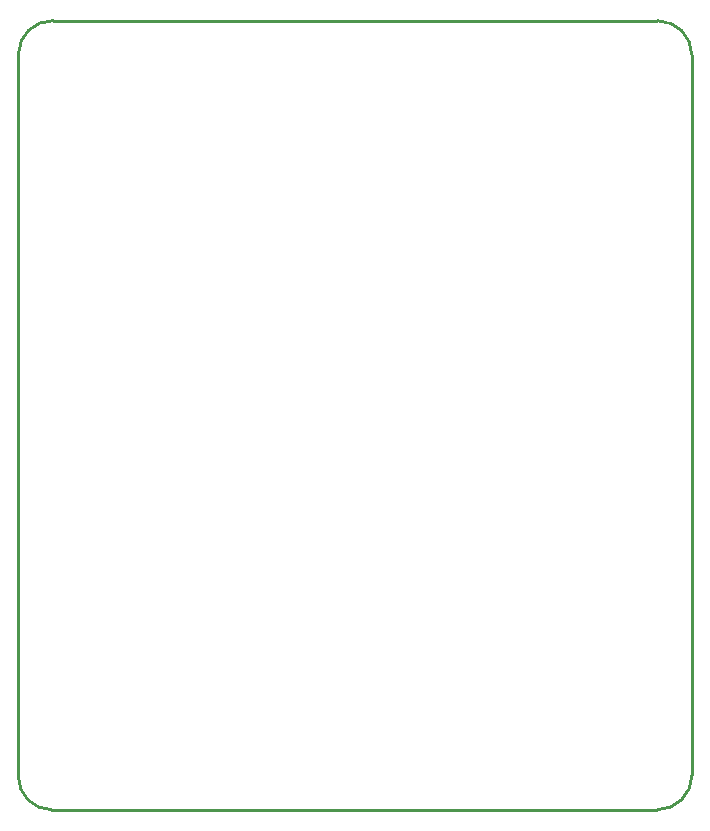
<source format=gm1>
G04*
G04 #@! TF.GenerationSoftware,Altium Limited,Altium Designer,20.1.12 (249)*
G04*
G04 Layer_Color=16711935*
%FSLAX25Y25*%
%MOIN*%
G70*
G04*
G04 #@! TF.SameCoordinates,D1749837-0096-4F70-BC88-1939EB490A75*
G04*
G04*
G04 #@! TF.FilePolarity,Positive*
G04*
G01*
G75*
%ADD100C,0.01000*%
D100*
X338000Y101500D02*
G03*
X349500Y113000I0J11500D01*
G01*
Y353000D02*
G03*
X338000Y364500I-11500J0D01*
G01*
X136500Y364500D02*
G03*
X125000Y353500I-250J-11250D01*
G01*
X125000Y112500D02*
G03*
X136000Y101500I11000J0D01*
G01*
X136500Y364500D02*
X338000Y364500D01*
X125000Y353500D02*
X125000Y112500D01*
X136000Y101500D02*
X338000Y101500D01*
X349500Y113000D02*
X349500Y353000D01*
M02*

</source>
